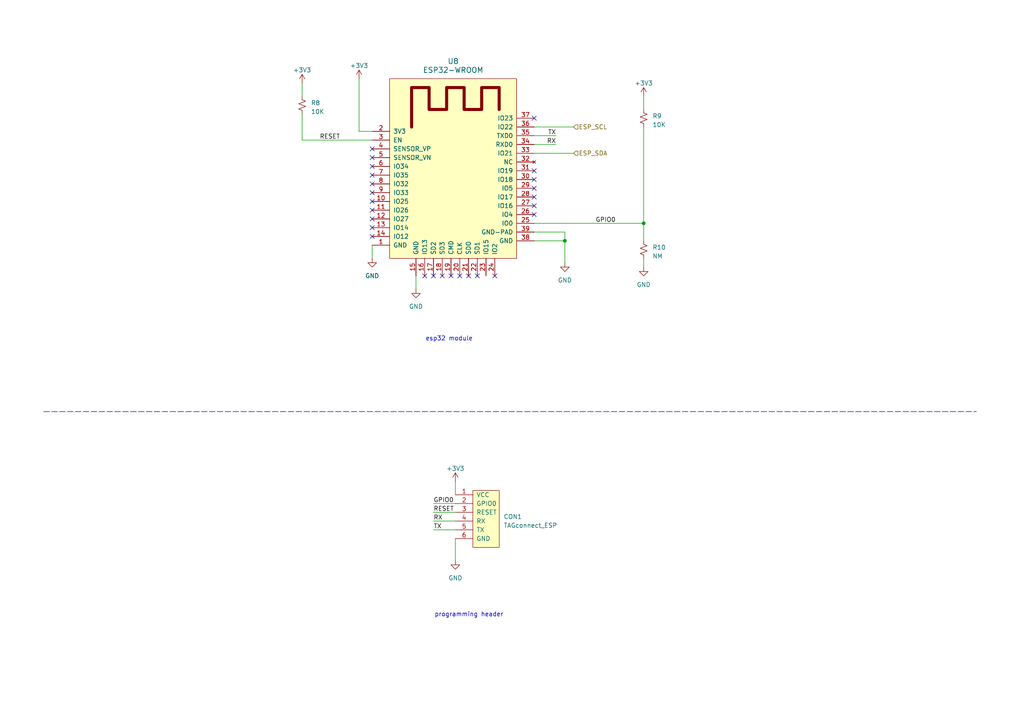
<source format=kicad_sch>
(kicad_sch (version 20210406) (generator eeschema)
  (paper "A4")
  (lib_symbols
    (symbol "Device:R_Small_US" (pin_numbers hide) (pin_names (offset 0.254) hide)
      (property "Reference" "R" (at 0.762 0.508 0))
      (property "Value" "R_Small_US" (at 0.762 -1.016 0))
      (symbol "R_Small_US_1_1"
        (polyline (pts (xy 0 0) (xy 1.016 -0.381) (xy 0 -0.762) (xy -1.016 -1.143) (xy 0 -1.524)))
        (polyline (pts (xy 0 1.524) (xy 1.016 1.143) (xy 0 0.762) (xy -1.016 0.381) (xy 0 0)))
        (pin passive line (at 0 2.54 270) (length 1.016) (name "~") (number "1"))
        (pin passive line (at 0 -2.54 90) (length 1.016) (name "~") (number "2"))
      )
    )
    (symbol "ESP32:ESP32-WROOM" (pin_names (offset 1.016))
      (property "Reference" "U" (at -17.78 31.75 0))
      (property "Value" "ESP32-WROOM" (at 12.7 31.75 0))
      (symbol "ESP32-WROOM_0_1"
        (rectangle (start -19.05 30.48) (end 17.78 -21.59) (fill (type background)))
        (polyline (pts (xy -12.7 16.51) (xy -12.7 27.94) (xy -7.62 27.94) (xy -7.62 21.59) (xy -2.54 21.59) (xy -2.54 27.94) (xy 2.54 27.94) (xy 2.54 21.59) (xy 7.62 21.59) (xy 7.62 27.94) (xy 12.7 27.94) (xy 12.7 21.59)) (stroke (width 0.889)))
      )
      (symbol "ESP32-WROOM_1_1"
        (pin power_out line (at -24.13 -17.78 0) (length 5.08) (name "GND") (number "1"))
        (pin bidirectional line (at -24.13 -5.08 0) (length 5.08) (name "IO25") (number "10"))
        (pin bidirectional line (at -24.13 -7.62 0) (length 5.08) (name "IO26") (number "11"))
        (pin bidirectional line (at -24.13 -10.16 0) (length 5.08) (name "IO27") (number "12"))
        (pin bidirectional line (at -24.13 -12.7 0) (length 5.08) (name "IO14") (number "13"))
        (pin bidirectional line (at -24.13 -15.24 0) (length 5.08) (name "IO12") (number "14"))
        (pin power_in line (at -11.43 -26.67 90) (length 5.08) (name "GND") (number "15"))
        (pin bidirectional line (at -8.89 -26.67 90) (length 5.08) (name "IO13") (number "16"))
        (pin bidirectional line (at -6.35 -26.67 90) (length 5.08) (name "SD2") (number "17"))
        (pin bidirectional line (at -3.81 -26.67 90) (length 5.08) (name "SD3") (number "18"))
        (pin bidirectional line (at -1.27 -26.67 90) (length 5.08) (name "CMD") (number "19"))
        (pin power_in line (at -24.13 15.24 0) (length 5.08) (name "3V3") (number "2"))
        (pin input line (at 1.27 -26.67 90) (length 5.08) (name "CLK") (number "20"))
        (pin bidirectional line (at 3.81 -26.67 90) (length 5.08) (name "SDO") (number "21"))
        (pin bidirectional line (at 6.35 -26.67 90) (length 5.08) (name "SD1") (number "22"))
        (pin bidirectional line (at 8.89 -26.67 90) (length 5.08) (name "IO15") (number "23"))
        (pin bidirectional line (at 11.43 -26.67 90) (length 5.08) (name "IO2") (number "24"))
        (pin bidirectional line (at 22.86 -11.43 180) (length 5.08) (name "IO0") (number "25"))
        (pin input line (at 22.86 -8.89 180) (length 5.08) (name "IO4") (number "26"))
        (pin bidirectional line (at 22.86 -6.35 180) (length 5.08) (name "IO16") (number "27"))
        (pin bidirectional line (at 22.86 -3.81 180) (length 5.08) (name "IO17") (number "28"))
        (pin bidirectional line (at 22.86 -1.27 180) (length 5.08) (name "IO5") (number "29"))
        (pin input line (at -24.13 12.7 0) (length 5.08) (name "EN") (number "3"))
        (pin input line (at 22.86 1.27 180) (length 5.08) (name "IO18") (number "30"))
        (pin bidirectional line (at 22.86 3.81 180) (length 5.08) (name "IO19") (number "31"))
        (pin no_connect line (at 22.86 6.35 180) (length 5.08) (name "NC") (number "32"))
        (pin bidirectional line (at 22.86 8.89 180) (length 5.08) (name "IO21") (number "33"))
        (pin bidirectional line (at 22.86 11.43 180) (length 5.08) (name "RXD0") (number "34"))
        (pin bidirectional line (at 22.86 13.97 180) (length 5.08) (name "TXD0") (number "35"))
        (pin bidirectional line (at 22.86 16.51 180) (length 5.08) (name "IO22") (number "36"))
        (pin bidirectional line (at 22.86 19.05 180) (length 5.08) (name "IO23") (number "37"))
        (pin power_in line (at 22.86 -16.51 180) (length 5.08) (name "GND") (number "38"))
        (pin power_in line (at 22.86 -13.97 180) (length 5.08) (name "GND-PAD") (number "39"))
        (pin input line (at -24.13 10.16 0) (length 5.08) (name "SENSOR_VP") (number "4"))
        (pin input line (at -24.13 7.62 0) (length 5.08) (name "SENSOR_VN") (number "5"))
        (pin bidirectional line (at -24.13 5.08 0) (length 5.08) (name "IO34") (number "6"))
        (pin bidirectional line (at -24.13 2.54 0) (length 5.08) (name "IO35") (number "7"))
        (pin bidirectional line (at -24.13 0 0) (length 5.08) (name "IO32") (number "8"))
        (pin bidirectional line (at -24.13 -2.54 0) (length 5.08) (name "IO33") (number "9"))
      )
    )
    (symbol "conectors:TAGconnect_ESP" (pin_names (offset 1.016))
      (property "Reference" "CON" (at 6.35 -8.89 90))
      (property "Value" "TAGconnect_ESP" (at 2.54 2.54 0))
      (symbol "TAGconnect_ESP_0_1"
        (rectangle (start 0 1.27) (end 7.62 -15.24) (fill (type background)))
      )
      (symbol "TAGconnect_ESP_1_1"
        (pin unspecified line (at -5.08 0 0) (length 5.08) (name "VCC") (number "1"))
        (pin unspecified line (at -5.08 -2.54 0) (length 5.08) (name "GPIO0") (number "2"))
        (pin unspecified line (at -5.08 -5.08 0) (length 5.08) (name "RESET") (number "3"))
        (pin unspecified line (at -5.08 -7.62 0) (length 5.08) (name "RX") (number "4"))
        (pin unspecified line (at -5.08 -10.16 0) (length 5.08) (name "TX") (number "5"))
        (pin unspecified line (at -5.08 -12.7 0) (length 5.08) (name "GND") (number "6"))
      )
    )
    (symbol "power:+3V3" (power) (pin_names (offset 0))
      (property "Value" "+3V3" (at 0 3.556 0))
      (symbol "+3V3_0_1"
        (polyline (pts (xy -0.762 1.27) (xy 0 2.54)))
        (polyline (pts (xy 0 0) (xy 0 2.54)))
        (polyline (pts (xy 0 2.54) (xy 0.762 1.27)))
      )
      (symbol "+3V3_1_1"
        (pin power_in line (at 0 0 90) (length 0) hide (name "+3V3") (number "1"))
      )
    )
    (symbol "power:GND" (power) (pin_names (offset 0))
      (property "Value" "GND" (at 0 -3.81 0))
      (symbol "GND_0_1"
        (polyline (pts (xy 0 0) (xy 0 -1.27) (xy 1.27 -1.27) (xy 0 -2.54) (xy -1.27 -1.27) (xy 0 -1.27)))
      )
      (symbol "GND_1_1"
        (pin power_in line (at 0 0 270) (length 0) hide (name "GND") (number "1"))
      )
    )
  )
  (junction (at 163.83 69.85) (diameter 0.9144))
  (junction (at 186.69 64.77) (diameter 0.9144))
  (no_connect (at 107.95 43.18))
  (no_connect (at 107.95 45.72))
  (no_connect (at 107.95 48.26))
  (no_connect (at 107.95 50.8))
  (no_connect (at 107.95 53.34))
  (no_connect (at 107.95 55.88))
  (no_connect (at 107.95 58.42))
  (no_connect (at 107.95 60.96))
  (no_connect (at 107.95 63.5))
  (no_connect (at 107.95 66.04))
  (no_connect (at 107.95 68.58))
  (no_connect (at 123.19 80.01))
  (no_connect (at 125.73 80.01))
  (no_connect (at 128.27 80.01))
  (no_connect (at 130.81 80.01))
  (no_connect (at 133.35 80.01))
  (no_connect (at 135.89 80.01))
  (no_connect (at 138.43 80.01))
  (no_connect (at 143.51 80.01))
  (no_connect (at 154.94 34.29))
  (no_connect (at 154.94 49.53))
  (no_connect (at 154.94 52.07))
  (no_connect (at 154.94 54.61))
  (no_connect (at 154.94 57.15))
  (no_connect (at 154.94 59.69))
  (no_connect (at 154.94 62.23))
  (wire (pts (xy 87.63 24.13) (xy 87.63 27.94)))
  (wire (pts (xy 87.63 33.02) (xy 87.63 40.64)))
  (wire (pts (xy 104.14 22.86) (xy 104.14 38.1)))
  (wire (pts (xy 107.95 38.1) (xy 104.14 38.1)))
  (wire (pts (xy 107.95 40.64) (xy 87.63 40.64)))
  (wire (pts (xy 107.95 71.12) (xy 107.95 74.93)))
  (wire (pts (xy 120.65 80.01) (xy 120.65 83.82)))
  (wire (pts (xy 125.73 146.05) (xy 132.08 146.05)))
  (wire (pts (xy 125.73 148.59) (xy 132.08 148.59)))
  (wire (pts (xy 125.73 151.13) (xy 132.08 151.13)))
  (wire (pts (xy 125.73 153.67) (xy 132.08 153.67)))
  (wire (pts (xy 132.08 139.7) (xy 132.08 143.51)))
  (wire (pts (xy 132.08 156.21) (xy 132.08 162.56)))
  (wire (pts (xy 154.94 36.83) (xy 166.37 36.83)))
  (wire (pts (xy 154.94 44.45) (xy 166.37 44.45)))
  (wire (pts (xy 154.94 64.77) (xy 186.69 64.77)))
  (wire (pts (xy 154.94 67.31) (xy 163.83 67.31)))
  (wire (pts (xy 154.94 69.85) (xy 163.83 69.85)))
  (wire (pts (xy 161.29 39.37) (xy 154.94 39.37)))
  (wire (pts (xy 161.29 41.91) (xy 154.94 41.91)))
  (wire (pts (xy 163.83 67.31) (xy 163.83 69.85)))
  (wire (pts (xy 163.83 69.85) (xy 163.83 76.2)))
  (wire (pts (xy 186.69 27.94) (xy 186.69 31.75)))
  (wire (pts (xy 186.69 36.83) (xy 186.69 64.77)))
  (wire (pts (xy 186.69 64.77) (xy 186.69 69.85)))
  (wire (pts (xy 186.69 74.93) (xy 186.69 77.47)))
  (polyline (pts (xy 12.7 119.38) (xy 283.21 119.38)) (stroke (width 0) (type dash)))
  (text "esp32 module\n" (at 137.16 99.06 180) (effects (font (size 1.27 1.27)) (justify right bottom)))
  (text "programming header" (at 146.05 179.07 180) (effects (font (size 1.27 1.27)) (justify right bottom)))
  (label "RESET" (at 92.71 40.64 0))
  (label "GPIO0" (at 125.73 146.05 0))
  (label "RESET" (at 125.73 148.59 0))
  (label "RX" (at 125.73 151.13 0))
  (label "TX" (at 125.73 153.67 0))
  (label "TX" (at 161.29 39.37 180))
  (label "RX" (at 161.29 41.91 180))
  (label "GPIO0" (at 172.72 64.77 0))
  (hierarchical_label "ESP_SCL" (shape input) (at 166.37 36.83 0))
  (hierarchical_label "ESP_SDA" (shape input) (at 166.37 44.45 0))
  (symbol (lib_id "power:+3V3") (at 87.63 24.13 0) (unit 1)
    (property "Reference" "#PWR0147" (effects hide))
    (property "Value" "+3V3" (at 87.63 20.32 0))
  )
  (symbol (lib_id "power:+3V3") (at 104.14 22.86 0) (unit 1)
    (property "Reference" "#PWR0148" (effects hide))
    (property "Value" "+3V3" (at 104.14 19.05 0))
  )
  (symbol (lib_id "power:+3V3") (at 132.08 139.7 0) (unit 1)
    (property "Reference" "#PWR0151" (effects hide))
    (property "Value" "+3V3" (at 132.08 135.89 0))
  )
  (symbol (lib_id "power:+3V3") (at 186.69 27.94 0) (unit 1)
    (property "Reference" "#PWR0149" (effects hide))
    (property "Value" "+3V3" (at 186.69 24.13 0))
  )
  (symbol (lib_id "power:GND") (at 107.95 74.93 0) (unit 1)
    (property "Reference" "#PWR0150" (effects hide))
    (property "Value" "GND" (at 107.95 80.01 0))
  )
  (symbol (lib_id "power:GND") (at 120.65 83.82 0) (unit 1)
    (property "Reference" "#PWR0152" (effects hide))
    (property "Value" "GND" (at 120.65 88.9 0))
  )
  (symbol (lib_id "power:GND") (at 132.08 162.56 0) (unit 1)
    (property "Reference" "#PWR0155" (effects hide))
    (property "Value" "GND" (at 132.08 167.64 0))
  )
  (symbol (lib_id "power:GND") (at 163.83 76.2 0) (unit 1)
    (property "Reference" "#PWR0153" (effects hide))
    (property "Value" "GND" (at 163.83 81.28 0))
  )
  (symbol (lib_id "power:GND") (at 186.69 77.47 0) (unit 1)
    (property "Reference" "#PWR0154" (effects hide))
    (property "Value" "GND" (at 186.69 82.55 0))
  )
  (symbol (lib_id "Device:R_Small_US") (at 87.63 30.48 0) (unit 1)
    (property "Reference" "R8" (at 90.17 29.8449 0) (effects (justify left)))
    (property "Value" "10K" (at 90.17 32.3849 0) (effects (justify left)))
    (property "Footprint" "vanalles:0603RL" (effects hide))
  )
  (symbol (lib_id "Device:R_Small_US") (at 186.69 34.29 0) (unit 1)
    (property "Reference" "R9" (at 189.23 33.6549 0) (effects (justify left)))
    (property "Value" "10K" (at 189.23 36.1949 0) (effects (justify left)))
    (property "Footprint" "vanalles:0603RL" (effects hide))
  )
  (symbol (lib_id "Device:R_Small_US") (at 186.69 72.39 0) (unit 1)
    (property "Reference" "R10" (at 189.23 71.7549 0) (effects (justify left)))
    (property "Value" "NM" (at 189.23 74.2949 0) (effects (justify left)))
    (property "Footprint" "vanalles:0603RL" (effects hide))
  )
  (symbol (lib_id "conectors:TAGconnect_ESP") (at 137.16 143.51 0) (unit 1)
    (property "Reference" "CON1" (at 146.05 149.8599 0) (effects (justify left)))
    (property "Value" "TAGconnect_ESP" (at 146.05 152.3999 0) (effects (justify left)))
    (property "Footprint" "connectors_user:Tag-Connect_TC2030-IDC-NL_2x03_P1.27mm_Vertical" (effects hide))
  )
  (symbol (lib_id "ESP32:ESP32-WROOM") (at 132.08 53.34 0) (unit 1)
    (property "Reference" "U8" (at 131.445 17.78 0) (effects (font (size 1.524 1.524))))
    (property "Value" "ESP32-WROOM" (at 131.445 20.32 0) (effects (font (size 1.524 1.524))))
    (property "Footprint" "Module:ESP32-WROOM-32" (effects hide))
  )
)
</source>
